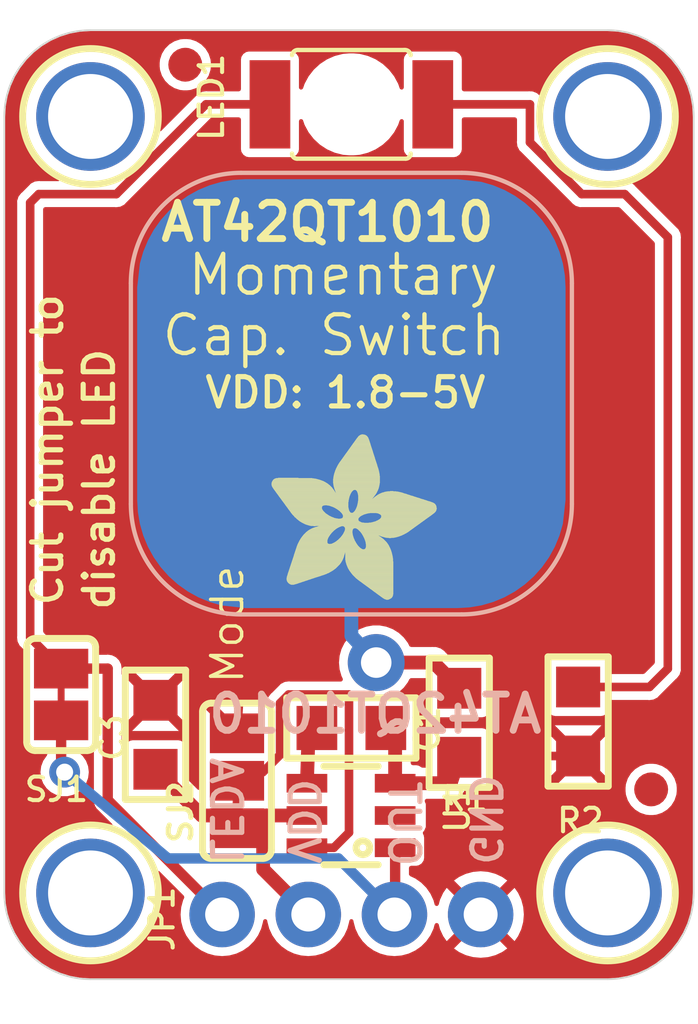
<source format=kicad_pcb>
(kicad_pcb (version 20221018) (generator pcbnew)
  (layers (0 "F.Cu" signal) (31 "B.Cu" signal) (34 "B.Paste" user) (35 "F.Paste" user) (36 "B.SilkS" user "B.Silkscreen") (37 "F.SilkS" user "F.Silkscreen") (38 "B.Mask" user) (39 "F.Mask" user) (44 "Edge.Cuts" user))
  (net 0 "")
  (net 1 "CAPPAD")
  (net 2 "GND")
  (net 3 "N$3")
  (net 4 "N$4")
  (net 5 "VDD")
  (net 6 "N$6")
  (net 7 "LEDA")
  (net 8 "OUT")
  (footprint "working:MOUNTINGHOLE_2.5_PLATED" (layer "F.Cu") (at 140.8811 93.5736)
    (fp_text reference "U$11" hide)
    (fp_text value "MOUNTINGHOLE2.5" hide)
    (pad "P$1" thru_hole circle (at 0 0) (size 3.2 3.2) (drill 2.5) (layers "*.Cu" "*.Mask"))
    (zone (net 0) (net_name "") (layer "F.Cu") (connect_pads (clearance 0)) (min_thickness 0.25)
      (keepout (tracks not_allowed) (vias not_allowed) (pads not_allowed) (copperpour not_allowed) (footprints allowed))
      (fill (thermal_gap 0.5) (thermal_bridge_width 0.5))
      (polygon (pts (xy 142.8971 93.5736) (xy 142.87748 93.293027) (xy 142.819004 93.017915) (xy 142.722808 92.753619) (xy 142.590765 92.505283) (xy 142.425446 92.27774) (xy 142.230067 92.07542) (xy 142.008433 91.90226) (xy 141.764856 91.761631) (xy 141.504078 91.65627) (xy 141.231175 91.588228) (xy 140.951457 91.558828) (xy 140.670371 91.568644) (xy 140.393385 91.617484) (xy 140.125893 91.704397) (xy 139.8731 91.827693) (xy 139.639926 91.98497) (xy 139.430911 92.173169) (xy 139.250122 92.388625) (xy 139.101078 92.627145) (xy 138.98668 92.884087) (xy 138.909154 93.15445) (xy 138.870011 93.432971) (xy 138.870011 93.714229) (xy 138.909154 93.99275) (xy 138.98668 94.263113) (xy 139.101078 94.520055) (xy 139.250122 94.758575) (xy 139.430911 94.974031) (xy 139.639926 95.16223) (xy 139.8731 95.319507) (xy 140.125893 95.442803) (xy 140.393385 95.529716) (xy 140.670371 95.578556) (xy 140.951457 95.588372) (xy 141.231175 95.558972) (xy 141.504078 95.49093) (xy 141.764856 95.385569) (xy 142.008433 95.24494) (xy 142.230067 95.07178) (xy 142.425446 94.86946) (xy 142.590765 94.641917) (xy 142.722808 94.393581) (xy 142.819004 94.129285) (xy 142.87748 93.854173)))
      (polygon (pts (xy 140.8651 93.5736) (xy 140.869786 93.584914) (xy 140.8811 93.5896) (xy 140.892414 93.584914) (xy 140.8971 93.5736) (xy 140.892414 93.562286) (xy 140.8811 93.5576) (xy 140.869786 93.562286)))
    )
  )
  (footprint "working:_0805" (layer "F.Cu") (at 148.5711 111.5776 180)
    (fp_text reference "C1" (at -2.24 0.7175 90) (layer "F.SilkS") (effects (font (size 0.692831 0.692831) (thickness 0.119969)) (justify right)))
    (fp_text value "22nF")
    (pad "1" smd rect (at -1.016 0 180) (size 1.2 1.3) (layers "F.Cu" "F.Paste" "F.Mask") (net 4 "N$4"))
    (pad "2" smd rect (at 1.016 0 180) (size 1.2 1.3) (layers "F.Cu" "F.Paste" "F.Mask") (net 3 "N$3"))
  )
  (footprint "working:FIDUCIAL_1MM" (layer "F.Cu") (at 143.6751 92.0496)
    (fp_text reference "FID2" hide)
    (fp_text value "FIDUCIAL\"\"" hide)
    (pad "1" smd roundrect (at 0 0) (size 1 1) (layers "F.Cu" "F.Mask") (roundrect_rratio 0.5))
  )
  (footprint "working:SOLDERJUMPER_2WAY_OPEN_NOPASTE" (layer "F.Cu") (at 145.1991 113.1316 90)
    (fp_text reference "SJ2" (at -1.905 -1.27 90) (layer "F.SilkS") (effects (font (size 0.666496 0.666496) (thickness 0.146304)) (justify left bottom)))
    (fp_text value "MODE")
    (pad "1" smd rect (at -1.397 0 90) (size 1.1684 1.6002) (layers "F.Cu" "F.Mask") (net 5 "VDD"))
    (pad "2" smd rect (at 0 0 90) (size 1.1684 1.6002) (layers "F.Cu" "F.Paste" "F.Mask") (net 5 "VDD"))
    (pad "3" smd rect (at 1.397 0 90) (size 1.1684 1.6002) (layers "F.Cu" "F.Mask") (net 2 "GND"))
  )
  (footprint "working:MOUNTINGHOLE_2.5_PLATED" (layer "F.Cu") (at 140.8811 116.4336)
    (fp_text reference "U$9" hide)
    (fp_text value "MOUNTINGHOLE2.5" hide)
    (pad "P$1" thru_hole circle (at 0 0) (size 3.2 3.2) (drill 2.5) (layers "*.Cu" "*.Mask"))
    (zone (net 0) (net_name "") (layer "F.Cu") (connect_pads (clearance 0)) (min_thickness 0.25)
      (keepout (tracks not_allowed) (vias not_allowed) (pads not_allowed) (copperpour not_allowed) (footprints allowed))
      (fill (thermal_gap 0.5) (thermal_bridge_width 0.5))
      (polygon (pts (xy 142.8971 116.4336) (xy 142.87748 116.153027) (xy 142.819004 115.877915) (xy 142.722808 115.613619) (xy 142.590765 115.365283) (xy 142.425446 115.13774) (xy 142.230067 114.93542) (xy 142.008433 114.76226) (xy 141.764856 114.621631) (xy 141.504078 114.51627) (xy 141.231175 114.448228) (xy 140.951457 114.418828) (xy 140.670371 114.428644) (xy 140.393385 114.477484) (xy 140.125893 114.564397) (xy 139.8731 114.687693) (xy 139.639926 114.84497) (xy 139.430911 115.033169) (xy 139.250122 115.248625) (xy 139.101078 115.487145) (xy 138.98668 115.744087) (xy 138.909154 116.01445) (xy 138.870011 116.292971) (xy 138.870011 116.574229) (xy 138.909154 116.85275) (xy 138.98668 117.123113) (xy 139.101078 117.380055) (xy 139.250122 117.618575) (xy 139.430911 117.834031) (xy 139.639926 118.02223) (xy 139.8731 118.179507) (xy 140.125893 118.302803) (xy 140.393385 118.389716) (xy 140.670371 118.438556) (xy 140.951457 118.448372) (xy 141.231175 118.418972) (xy 141.504078 118.35093) (xy 141.764856 118.245569) (xy 142.008433 118.10494) (xy 142.230067 117.93178) (xy 142.425446 117.72946) (xy 142.590765 117.501917) (xy 142.722808 117.253581) (xy 142.819004 116.989285) (xy 142.87748 116.714173)))
      (polygon (pts (xy 140.8651 116.4336) (xy 140.869786 116.444914) (xy 140.8811 116.4496) (xy 140.892414 116.444914) (xy 140.8971 116.4336) (xy 140.892414 116.422286) (xy 140.8811 116.4176) (xy 140.869786 116.422286)))
    )
  )
  (footprint "working:ADAFRUIT_5MM" (layer "F.Cu") (at 146.2151 107.7976)
    (fp_text reference "U$12" hide)
    (fp_text value "" hide)
  )
  (footprint "working:SOLDERJUMPER_CLOSEDWIRE" (layer "F.Cu") (at 140.0161 110.5916 90)
    (fp_text reference "SJ1" (at -2.794 -1.143) (layer "F.SilkS") (effects (font (size 0.692831 0.692831) (thickness 0.119969)) (justify left)))
    (fp_text value "LED")
    (pad "1" smd rect (at -0.762 0 90) (size 1.1684 1.6002) (layers "F.Cu" "F.Mask") (net 8 "OUT"))
    (pad "2" smd rect (at 0.762 0 90) (size 1.1684 1.6002) (layers "F.Cu" "F.Mask") (net 7 "LEDA"))
    (pad "WIRE" smd rect (at 0 0 90) (size 0.635 0.2032) (layers "F.Cu" "F.Mask"))
  )
  (footprint "working:FIDUCIAL_1MM" (layer "F.Cu") (at 157.4071 113.3856)
    (fp_text reference "FID1" hide)
    (fp_text value "FIDUCIAL\"\"" hide)
    (pad "1" smd roundrect (at 0 0) (size 1 1) (layers "F.Cu" "F.Mask") (roundrect_rratio 0.5))
  )
  (footprint "working:_0805" (layer "F.Cu") (at 142.7971 111.7776 90)
    (fp_text reference "C3" (at -0.8375 -1.27 90) (layer "F.SilkS") (effects (font (size 0.692831 0.692831) (thickness 0.119969)) (justify left)))
    (fp_text value "0.1µF")
    (pad "1" smd rect (at -1.016 0 90) (size 1.2 1.3) (layers "F.Cu" "F.Paste" "F.Mask") (net 5 "VDD"))
    (pad "2" smd rect (at 1.016 0 90) (size 1.2 1.3) (layers "F.Cu" "F.Paste" "F.Mask") (net 2 "GND"))
  )
  (footprint "working:PLCC2_REVMOUNT" (layer "F.Cu") (at 148.5711 93.2166 180)
    (fp_text reference "LED1" (at 4.125 1.558 90) (layer "F.SilkS") (effects (font (size 0.692831 0.692831) (thickness 0.119969)) (justify right)))
    (fp_text value "LS T77K-J1L2-1-0-2-R18-Z")
    (pad "" np_thru_hole circle (at 0 0 180) (size 2.5 2.5) (drill 2.5) (layers "*.Cu" "*.Mask"))
    (pad "A" smd rect (at 2.4 0 180) (size 1.2 2.6) (layers "F.Cu" "F.Paste" "F.Mask") (net 7 "LEDA"))
    (pad "K" smd rect (at -2.4 0 180) (size 1.2 2.6) (layers "F.Cu" "F.Paste" "F.Mask") (net 6 "N$6"))
  )
  (footprint "working:_0805" (layer "F.Cu") (at 155.2551 111.3866 -90)
    (fp_text reference "R2" (at 2.917 0.6885) (layer "F.SilkS") (effects (font (size 0.692831 0.692831) (thickness 0.119969)) (justify left)))
    (fp_text value "1K")
    (pad "1" smd rect (at -1.016 0 270) (size 1.2 1.3) (layers "F.Cu" "F.Paste" "F.Mask") (net 6 "N$6"))
    (pad "2" smd rect (at 1.016 0 270) (size 1.2 1.3) (layers "F.Cu" "F.Paste" "F.Mask") (net 2 "GND"))
  )
  (footprint "working:MOUNTINGHOLE_2.5_PLATED" (layer "F.Cu") (at 156.1211 116.4336)
    (fp_text reference "U$6" hide)
    (fp_text value "MOUNTINGHOLE2.5" hide)
    (pad "P$1" thru_hole circle (at 0 0) (size 3.2 3.2) (drill 2.5) (layers "*.Cu" "*.Mask"))
    (zone (net 0) (net_name "") (layer "F.Cu") (connect_pads (clearance 0)) (min_thickness 0.25)
      (keepout (tracks not_allowed) (vias not_allowed) (pads not_allowed) (copperpour not_allowed) (footprints allowed))
      (fill (thermal_gap 0.5) (thermal_bridge_width 0.5))
      (polygon (pts (xy 158.1371 116.4336) (xy 158.11748 116.153027) (xy 158.059004 115.877915) (xy 157.962808 115.613619) (xy 157.830765 115.365283) (xy 157.665446 115.13774) (xy 157.470067 114.93542) (xy 157.248433 114.76226) (xy 157.004856 114.621631) (xy 156.744078 114.51627) (xy 156.471175 114.448228) (xy 156.191457 114.418828) (xy 155.910371 114.428644) (xy 155.633385 114.477484) (xy 155.365893 114.564397) (xy 155.1131 114.687693) (xy 154.879926 114.84497) (xy 154.670911 115.033169) (xy 154.490122 115.248625) (xy 154.341078 115.487145) (xy 154.22668 115.744087) (xy 154.149154 116.01445) (xy 154.110011 116.292971) (xy 154.110011 116.574229) (xy 154.149154 116.85275) (xy 154.22668 117.123113) (xy 154.341078 117.380055) (xy 154.490122 117.618575) (xy 154.670911 117.834031) (xy 154.879926 118.02223) (xy 155.1131 118.179507) (xy 155.365893 118.302803) (xy 155.633385 118.389716) (xy 155.910371 118.438556) (xy 156.191457 118.448372) (xy 156.471175 118.418972) (xy 156.744078 118.35093) (xy 157.004856 118.245569) (xy 157.248433 118.10494) (xy 157.470067 117.93178) (xy 157.665446 117.72946) (xy 157.830765 117.501917) (xy 157.962808 117.253581) (xy 158.059004 116.989285) (xy 158.11748 116.714173)))
      (polygon (pts (xy 156.1051 116.4336) (xy 156.109786 116.444914) (xy 156.1211 116.4496) (xy 156.132414 116.444914) (xy 156.1371 116.4336) (xy 156.132414 116.422286) (xy 156.1211 116.4176) (xy 156.109786 116.422286)))
    )
  )
  (footprint "working:1X04_ROUND_76" (layer "F.Cu") (at 148.5711 117.0686)
    (fp_text reference "JP1" (at -5.5818 1.1492 90) (layer "F.SilkS") (effects (font (size 0.692831 0.692831) (thickness 0.119969)) (justify left)))
    (fp_text value "")
    (pad "1" thru_hole circle (at -3.81 0 90) (size 1.9304 1.9304) (drill 1) (layers "*.Cu" "*.Mask") (net 7 "LEDA"))
    (pad "2" thru_hole circle (at -1.27 0 90) (size 1.9304 1.9304) (drill 1) (layers "*.Cu" "*.Mask") (net 5 "VDD"))
    (pad "3" thru_hole circle (at 1.27 0 90) (size 1.9304 1.9304) (drill 1) (layers "*.Cu" "*.Mask") (net 8 "OUT"))
    (pad "4" thru_hole circle (at 3.81 0 90) (size 1.9304 1.9304) (drill 1) (layers "*.Cu" "*.Mask") (net 2 "GND"))
  )
  (footprint "working:_0805" (layer "F.Cu") (at 151.7511 111.4236 90)
    (fp_text reference "R1" (at -2.24 0.9175) (layer "F.SilkS") (effects (font (size 0.692831 0.692831) (thickness 0.119969)) (justify right)))
    (fp_text value "10K")
    (pad "1" smd rect (at -1.016 0 90) (size 1.2 1.3) (layers "F.Cu" "F.Paste" "F.Mask") (net 4 "N$4"))
    (pad "2" smd rect (at 1.016 0 90) (size 1.2 1.3) (layers "F.Cu" "F.Paste" "F.Mask") (net 1 "CAPPAD"))
  )
  (footprint "working:SOT23-6" (layer "F.Cu") (at 148.5611 114.1536 90)
    (fp_text reference "U1" (at -0.579 3.13 90) (layer "F.SilkS") (effects (font (size 0.692831 0.692831) (thickness 0.119969)) (justify left)))
    (fp_text value "AT42QT1010")
    (pad "1" smd rect (at -0.95 1.3 90) (size 0.55 1.2) (layers "F.Cu" "F.Paste" "F.Mask") (net 8 "OUT"))
    (pad "2" smd rect (at 0 1.3 90) (size 0.55 1.2) (layers "F.Cu" "F.Paste" "F.Mask") (net 2 "GND"))
    (pad "3" smd rect (at 0.95 1.3 90) (size 0.55 1.2) (layers "F.Cu" "F.Paste" "F.Mask") (net 4 "N$4"))
    (pad "4" smd rect (at 0.95 -1.3 90) (size 0.55 1.2) (layers "F.Cu" "F.Paste" "F.Mask") (net 3 "N$3"))
    (pad "5" smd rect (at 0 -1.3 90) (size 0.55 1.2) (layers "F.Cu" "F.Paste" "F.Mask") (net 5 "VDD"))
    (pad "6" smd rect (at -0.95 -1.3 90) (size 0.55 1.2) (layers "F.Cu" "F.Paste" "F.Mask") (net 5 "VDD"))
  )
  (footprint "working:MOUNTINGHOLE_2.5_PLATED" (layer "F.Cu") (at 156.1211 93.5736)
    (fp_text reference "U$10" hide)
    (fp_text value "MOUNTINGHOLE2.5" hide)
    (pad "P$1" thru_hole circle (at 0 0) (size 3.2 3.2) (drill 2.5) (layers "*.Cu" "*.Mask"))
    (zone (net 0) (net_name "") (layer "F.Cu") (connect_pads (clearance 0)) (min_thickness 0.25)
      (keepout (tracks not_allowed) (vias not_allowed) (pads not_allowed) (copperpour not_allowed) (footprints allowed))
      (fill (thermal_gap 0.5) (thermal_bridge_width 0.5))
      (polygon (pts (xy 158.1371 93.5736) (xy 158.11748 93.293027) (xy 158.059004 93.017915) (xy 157.962808 92.753619) (xy 157.830765 92.505283) (xy 157.665446 92.27774) (xy 157.470067 92.07542) (xy 157.248433 91.90226) (xy 157.004856 91.761631) (xy 156.744078 91.65627) (xy 156.471175 91.588228) (xy 156.191457 91.558828) (xy 155.910371 91.568644) (xy 155.633385 91.617484) (xy 155.365893 91.704397) (xy 155.1131 91.827693) (xy 154.879926 91.98497) (xy 154.670911 92.173169) (xy 154.490122 92.388625) (xy 154.341078 92.627145) (xy 154.22668 92.884087) (xy 154.149154 93.15445) (xy 154.110011 93.432971) (xy 154.110011 93.714229) (xy 154.149154 93.99275) (xy 154.22668 94.263113) (xy 154.341078 94.520055) (xy 154.490122 94.758575) (xy 154.670911 94.974031) (xy 154.879926 95.16223) (xy 155.1131 95.319507) (xy 155.365893 95.442803) (xy 155.633385 95.529716) (xy 155.910371 95.578556) (xy 156.191457 95.588372) (xy 156.471175 95.558972) (xy 156.744078 95.49093) (xy 157.004856 95.385569) (xy 157.248433 95.24494) (xy 157.470067 95.07178) (xy 157.665446 94.86946) (xy 157.830765 94.641917) (xy 157.962808 94.393581) (xy 158.059004 94.129285) (xy 158.11748 93.854173)))
      (polygon (pts (xy 156.1051 93.5736) (xy 156.109786 93.584914) (xy 156.1211 93.5896) (xy 156.132414 93.584914) (xy 156.1371 93.5736) (xy 156.132414 93.562286) (xy 156.1211 93.5576) (xy 156.109786 93.562286)))
    )
  )
  (footprint "working:CAPTOUCH_SIMPLE_12.5MM" (layer "B.Cu") (at 148.5711 101.7336 180)
    (fp_text reference "SW1" hide)
    (fp_text value "Cap pad" hide)
    (fp_poly (pts (xy 3.48201 6.293551) (xy 3.83453 6.233655) (xy 4.178128 6.134666) (xy 4.508482 5.99783) (xy 4.821437 5.824865) (xy 5.11306 5.617948) (xy 5.379681 5.379681) (xy 5.617948 5.11306) (xy 5.824865 4.821437) (xy 5.99783 4.508482) (xy 6.134666 4.178128) (xy 6.234151 3.83281) (xy 6.3135 3.128566) (xy 6.3135 -3.126782) (xy 6.293551 -3.48201) (xy 6.233655 -3.83453) (xy 6.134666 -4.178128) (xy 5.99783 -4.508482) (xy 5.824865 -4.821437) (xy 5.617948 -5.11306) (xy 5.379681 -5.379681) (xy 5.11306 -5.617948) (xy 4.821437 -5.824865) (xy 4.508482 -5.99783) (xy 4.178128 -6.134666) (xy 3.83281 -6.234151) (xy 3.128566 -6.3135) (xy -3.126782 -6.3135) (xy -3.48201 -6.293551) (xy -3.83453 -6.233655) (xy -4.178128 -6.134666) (xy -4.508482 -5.99783) (xy -4.821437 -5.824865) (xy -5.11306 -5.617948) (xy -5.379681 -5.379681) (xy -5.617948 -5.11306) (xy -5.824865 -4.821437) (xy -5.99783 -4.508482) (xy -6.134666 -4.178128) (xy -6.234151 -3.83281) (xy -6.3135 -3.128566) (xy -6.3135 3.126782) (xy -6.293551 3.48201) (xy -6.233655 3.83453) (xy -6.134666 4.178128) (xy -5.99783 4.508482) (xy -5.824865 4.821437) (xy -5.617948 5.11306) (xy -5.379681 5.379681) (xy -5.11306 5.617948) (xy -4.821437 5.824865) (xy -4.508482 5.99783) (xy -4.178128 6.134666) (xy -3.83281 6.234151) (xy -3.128566 6.3135) (xy 3.126782 6.3135)) (fill solid) (layer "F.Cu"))
    (fp_poly (pts (xy 3.48201 6.293551) (xy 3.83453 6.233655) (xy 4.178128 6.134666) (xy 4.508482 5.99783) (xy 4.821437 5.824865) (xy 5.11306 5.617948) (xy 5.379681 5.379681) (xy 5.617948 5.11306) (xy 5.824865 4.821437) (xy 5.99783 4.508482) (xy 6.134666 4.178128) (xy 6.234151 3.83281) (xy 6.3135 3.128566) (xy 6.3135 -3.126782) (xy 6.293551 -3.48201) (xy 6.233655 -3.83453) (xy 6.134666 -4.178128) (xy 5.99783 -4.508482) (xy 5.824865 -4.821437) (xy 5.617948 -5.11306) (xy 5.379681 -5.379681) (xy 5.11306 -5.617948) (xy 4.821437 -5.824865) (xy 4.508482 -5.99783) (xy 4.178128 -6.134666) (xy 3.83281 -6.234151) (xy 3.128566 -6.3135) (xy -3.126782 -6.3135) (xy -3.48201 -6.293551) (xy -3.83453 -6.233655) (xy -4.178128 -6.134666) (xy -4.508482 -5.99783) (xy -4.821437 -5.824865) (xy -5.11306 -5.617948) (xy -5.379681 -5.379681) (xy -5.617948 -5.11306) (xy -5.824865 -4.821437) (xy -5.99783 -4.508482) (xy -6.134666 -4.178128) (xy -6.234151 -3.83281) (xy -6.3135 -3.128566) (xy -6.3135 3.126782) (xy -6.293551 3.48201) (xy -6.233655 3.83453) (xy -6.134666 4.178128) (xy -5.99783 4.508482) (xy -5.824865 4.821437) (xy -5.617948 5.11306) (xy -5.379681 5.379681) (xy -5.11306 5.617948) (xy -4.821437 5.824865) (xy -4.508482 5.99783) (xy -4.178128 6.134666) (xy -3.83281 6.234151) (xy -3.128566 6.3135) (xy 3.126782 6.3135)) (fill solid) (layer "B.Cu"))
    (pad "E" smd rect (at 0 -5.95 180) (size 1.27 0.635) (layers "B.Cu" "B.Paste") (net 1 "CAPPAD"))
    (pad "G" smd rect (at 0 -6.2 180) (size 0.1 0.1) (layers "F.Cu" "F.Paste") (net 2 "GND"))
  )
  (gr_arc (start 158.6611 116.4336) (mid 157.917151 118.229651) (end 156.1211 118.9736) (stroke (width 0.05)) (layer "Edge.Cuts"))
  (gr_arc (start 140.8811 118.9736) (mid 139.085049 118.229651) (end 138.3411 116.4336) (stroke (width 0.05)) (layer "Edge.Cuts"))
  (gr_line (start 140.8811 91.0336) (end 156.1211 91.0336) (stroke (width 0.05)) (layer "Edge.Cuts"))
  (gr_arc (start 138.3411 93.5736) (mid 139.085049 91.777549) (end 140.8811 91.0336) (stroke (width 0.05)) (layer "Edge.Cuts"))
  (gr_arc (start 156.1211 91.0336) (mid 157.917151 91.777549) (end 158.6611 93.5736) (stroke (width 0.05)) (layer "Edge.Cuts"))
  (gr_line (start 156.1211 118.9736) (end 140.8811 118.9736) (stroke (width 0.05)) (layer "Edge.Cuts"))
  (gr_line (start 158.6611 93.5736) (end 158.6611 116.4336) (stroke (width 0.05)) (layer "Edge.Cuts"))
  (gr_line (start 138.3411 116.4336) (end 138.3411 93.5736) (stroke (width 0.05)) (layer "Edge.Cuts"))
  (gr_text "VDD" (at 146.6491 115.6536 -90) (layer "B.SilkS") (effects (font (size 0.8636 0.8636) (thickness 0.1524)) (justify left bottom mirror)))
  (gr_text "OUT" (at 149.6131 115.7336 -90) (layer "B.SilkS") (effects (font (size 0.8636 0.8636) (thickness 0.1524)) (justify left bottom mirror)))
  (gr_text "LEDA" (at 144.3631 115.6536 -90) (layer "B.SilkS") (effects (font (size 0.8636 0.8636) (thickness 0.1524)) (justify left bottom mirror)))
  (gr_text "GND" (at 152.0031 115.6936 -90) (layer "B.SilkS") (effects (font (size 0.8636 0.8636) (thickness 0.1524)) (justify left bottom mirror)))
  (gr_text "AT42QT1010" (at 154.2861 111.7866) (layer "B.SilkS") (effects (font (size 1.0668 1.0668) (thickness 0.2032)) (justify left bottom mirror)))
  (gr_text "Cut jumper to" (at 140.1191 108.0516 90) (layer "F.SilkS") (effects (font (size 0.8636 0.8636) (thickness 0.1524)) (justify left bottom)))
  (gr_text "AT42QT1010" (at 142.8561 97.3086) (layer "F.SilkS") (effects (font (size 1.0668 1.0668) (thickness 0.2032)) (justify left bottom)))
  (gr_text "VDD: 1.8-5V" (at 144.1831 102.2096) (layer "F.SilkS") (effects (font (size 0.8636 0.8636) (thickness 0.1524)) (justify left bottom)))
  (gr_text "Momentary" (at 143.6751 98.9076) (layer "F.SilkS") (effects (font (size 1.143 1.143) (thickness 0.127)) (justify left bottom)))
  (gr_text "Cap. Switch" (at 142.9131 100.6856) (layer "F.SilkS") (effects (font (size 1.143 1.143) (thickness 0.127)) (justify left bottom)))
  (gr_text "disable LED" (at 141.6431 108.1786 90) (layer "F.SilkS") (effects (font (size 0.8636 0.8636) (thickness 0.1524)) (justify left bottom)))
  (gr_text "Mode" (at 145.4531 110.3376 90) (layer "F.SilkS") (effects (font (size 0.9144 0.9144) (thickness 0.1016)) (justify left bottom)))
  (segment (start 151.7511 110.4076) (end 150.9951 109.6516) (width 0.4064) (layer "F.Cu") (net 1))
  (segment (start 150.9951 109.6516) (end 149.3031 109.6516) (width 0.4064) (layer "F.Cu") (net 1))
  (via (at 149.3031 109.6516) (size 1.6764) (drill 0.9) (layers "F.Cu" "B.Cu") (net 1))
  (segment (start 148.5711 108.8596) (end 149.3031 109.6516) (width 0.4064) (layer "B.Cu") (net 1))
  (segment (start 148.5711 107.6836) (end 148.5711 108.8596) (width 0.4064) (layer "B.Cu") (net 1))
  (segment (start 142.341151 97.912124) (end 142.40101 97.585482) (width 1.016) (layer "F.Cu") (net 2))
  (segment (start 142.3211 105.2436) (end 142.3211 98.2436) (width 1.016) (layer "F.Cu") (net 2))
  (segment (start 143.793111 95.808596) (end 144.095937 95.672305) (width 1.016) (layer "F.Cu") (net 2))
  (segment (start 153.64566 108.6506) (end 153.749825 108.873984) (width 0.254) (layer "F.Cu") (net 2))
  (segment (start 153.8351 109.3576) (end 153.8351 112.3696) (width 0.254) (layer "F.Cu") (net 2))
  (segment (start 153.661371 107.625577) (end 153.368043 107.760903) (width 1.016) (layer "F.Cu") (net 2))
  (segment (start 142.40101 97.585482) (end 142.499805 97.268437) (width 1.016) (layer "F.Cu") (net 2))
  (segment (start 153.883278 95.980394) (end 154.144687 96.185195) (width 1.016) (layer "F.Cu") (net 2))
  (segment (start 152.3711 95.5436) (end 152.3211 95.4936) (width 1.016) (layer "F.Cu") (net 2))
  (segment (start 142.807894 96.681422) (end 143.012695 96.420013) (width 1.016) (layer "F.Cu") (net 2))
  (segment (start 153.1281 108.13304) (end 153.330002 108.274413) (width 0.254) (layer "F.Cu") (net 2))
  (segment (start 152.4211 107.9436) (end 148.6711 107.9436) (width 1.016) (layer "F.Cu") (net 2))
  (segment (start 153.936248 107.45588) (end 153.661371 107.625577) (width 1.016) (layer "F.Cu") (net 2))
  (segment (start 154.756104 96.965611) (end 154.892395 97.268437) (width 1.016) (layer "F.Cu") (net 2))
  (segment (start 142.499805 97.268437) (end 142.636096 96.965611) (width 1.016) (layer "F.Cu") (net 2))
  (segment (start 153.599089 95.808596) (end 153.883278 95.980394) (width 1.016) (layer "F.Cu") (net 2))
  (segment (start 145.0711 95.4936) (end 152.3211 95.4936) (width 1.016) (layer "F.Cu") (net 2))
  (segment (start 153.8351 112.3696) (end 153.8351 112.3696) (width 0.254) (layer "F.Cu") (net 2))
  (segment (start 142.495906 106.197487) (end 142.399267 105.887359) (width 1.016) (layer "F.Cu") (net 2))
  (segment (start 144.739624 95.513651) (end 145.0711 95.4936) (width 1.016) (layer "F.Cu") (net 2))
  (segment (start 143.012695 96.420013) (end 143.247513 96.185195) (width 1.016) (layer "F.Cu") (net 2))
  (segment (start 154.776313 106.489598) (end 154.611783 106.767599) (width 1.016) (layer "F.Cu") (net 2))
  (segment (start 152.666639 107.965082) (end 152.904716 108.028875) (width 0.254) (layer "F.Cu") (net 2))
  (segment (start 153.368043 107.760903) (end 153.060543 107.859886) (width 1.016) (layer "F.Cu") (net 2))
  (segment (start 154.611783 106.767599) (end 154.414944 107.02374) (width 1.016) (layer "F.Cu") (net 2))
  (segment (start 145.3371 109.8276) (end 145.4531 107.9336) (width 0.3048) (layer "F.Cu") (net 2))
  (segment (start 153.8351 112.3696) (end 153.8681 112.4026) (width 0.254) (layer "F.Cu") (net 2))
  (segment (start 142.636096 96.965611) (end 142.807894 96.681422) (width 1.016) (layer "F.Cu") (net 2))
  (segment (start 154.188666 107.254288) (end 153.936248 107.45588) (width 1.016) (layer "F.Cu") (net 2))
  (segment (start 152.4211 107.9436) (end 152.666639 107.965082) (width 0.254) (layer "F.Cu") (net 2))
  (segment (start 144.412982 95.57351) (end 144.739624 95.513651) (width 1.016) (layer "F.Cu") (net 2))
  (segment (start 144.367341 107.855433) (end 144.057213 107.758794) (width 1.016) (layer "F.Cu") (net 2))
  (segment (start 142.340713 105.567844) (end 142.3211 105.2436) (width 1.016) (layer "F.Cu") (net 2))
  (segment (start 142.997606 107.0274) (end 142.797273 106.771694) (width 1.016) (layer "F.Cu") (net 2))
  (segment (start 144.095937 95.672305) (end 144.412982 95.57351) (width 1.016) (layer "F.Cu") (net 2))
  (segment (start 154.99119 97.585482) (end 155.051049 97.912124) (width 1.016) (layer "F.Cu") (net 2))
  (segment (start 145.0111 107.9336) (end 145.0111 107.9336) (width 1.016) (layer "F.Cu") (net 2))
  (segment (start 143.483006 107.457427) (end 143.2273 107.257094) (width 1.016) (layer "F.Cu") (net 2))
  (segment (start 152.3211 95.4936) (end 152.3211 95.4936) (width 1.016) (layer "F.Cu") (net 2))
  (segment (start 152.4211 107.9436) (end 152.4211 107.9436) (width 0.254) (layer "F.Cu") (net 2))
  (segment (start 154.584306 96.681422) (end 154.756104 96.965611) (width 1.016) (layer "F.Cu") (net 2))
  (segment (start 155.051049 97.912124) (end 155.0711 98.2436) (width 1.016) (layer "F.Cu") (net 2))
  (segment (start 152.3211 95.4936) (end 152.652576 95.513651) (width 1.016) (layer "F.Cu") (net 2))
  (segment (start 145.0111 107.9336) (end 144.686856 107.913987) (width 1.016) (layer "F.Cu") (net 2))
  (segment (start 145.3281 109.8276) (end 145.3371 109.8276) (width 0.254) (layer "F.Cu") (net 2))
  (segment (start 153.504287 108.448698) (end 153.64566 108.6506) (width 0.254) (layer "F.Cu") (net 2))
  (segment (start 142.3211 98.2436) (end 142.341151 97.912124) (width 1.016) (layer "F.Cu") (net 2))
  (segment (start 145.4531 107.9336) (end 145.0111 107.9336) (width 1.016) (layer "F.Cu") (net 2))
  (segment (start 154.892395 97.268437) (end 154.99119 97.585482) (width 1.016) (layer "F.Cu") (net 2))
  (segment (start 148.5711 107.9336) (end 145.4531 107.9336) (width 1.016) (layer "F.Cu") (net 2))
  (segment (start 154.379505 96.420013) (end 154.584306 96.681422) (width 1.016) (layer "F.Cu") (net 2))
  (segment (start 145.1991 111.7346) (end 145.3281 109.8276) (width 0.254) (layer "F.Cu") (net 2))
  (segment (start 142.629223 106.493705) (end 142.495906 106.197487) (width 1.016) (layer "F.Cu") (net 2))
  (segment (start 142.399267 105.887359) (end 142.340713 105.567844) (width 1.016) (layer "F.Cu") (net 2))
  (segment (start 154.144687 96.185195) (end 154.379505 96.420013) (width 1.016) (layer "F.Cu") (net 2))
  (segment (start 154.906134 106.193793) (end 154.776313 106.489598) (width 1.016) (layer "F.Cu") (net 2))
  (segment (start 152.904716 108.028875) (end 153.1281 108.13304) (width 0.254) (layer "F.Cu") (net 2))
  (segment (start 155.0711 105.2436) (end 155.0711 105.2436) (width 1.016) (layer "F.Cu") (net 2))
  (segment (start 142.3211 98.2436) (end 142.3211 98.2436) (width 1.016) (layer "F.Cu") (net 2))
  (segment (start 153.8681 112.4026) (end 155.2551 112.4026) (width 0.254) (layer "F.Cu") (net 2))
  (segment (start 153.330002 108.274413) (end 153.504287 108.448698) (width 0.254) (layer "F.Cu") (net 2))
  (segment (start 155.0711 105.2436) (end 155.05461 105.566218) (width 1.016) (layer "F.Cu") (net 2))
  (segment (start 152.979218 95.57351) (end 153.296263 95.672305) (width 1.016) (layer "F.Cu") (net 2))
  (segment (start 144.686856 107.913987) (end 144.367341 107.855433) (width 1.016) (layer "F.Cu") (net 2))
  (segment (start 152.652576 95.513651) (end 152.979218 95.57351) (width 1.016) (layer "F.Cu") (net 2))
  (segment (start 155.05461 105.566218) (end 154.999352 105.884496) (width 1.016) (layer "F.Cu") (net 2))
  (segment (start 153.296263 95.672305) (end 153.599089 95.808596) (width 1.016) (layer "F.Cu") (net 2))
  (segment (start 143.508922 95.980394) (end 143.793111 95.808596) (width 1.016) (layer "F.Cu") (net 2))
  (segment (start 143.760995 107.625477) (end 143.483006 107.457427) (width 1.016) (layer "F.Cu") (net 2))
  (segment (start 155.0711 98.2436) (end 155.0711 105.2436) (width 1.016) (layer "F.Cu") (net 2))
  (segment (start 154.999352 105.884496) (end 154.906134 106.193793) (width 1.016) (layer "F.Cu") (net 2))
  (segment (start 153.749825 108.873984) (end 153.8351 109.3576) (width 0.254) (layer "F.Cu") (net 2))
  (segment (start 152.743353 107.921083) (end 152.4211 107.9436) (width 1.016) (layer "F.Cu") (net 2))
  (segment (start 154.414944 107.02374) (end 154.188666 107.254288) (width 1.016) (layer "F.Cu") (net 2))
  (segment (start 153.060543 107.859886) (end 152.743353 107.921083) (width 1.016) (layer "F.Cu") (net 2))
  (segment (start 142.797273 106.771694) (end 142.629223 106.493705) (width 1.016) (layer "F.Cu") (net 2))
  (segment (start 152.3711 95.5436) (end 152.3711 95.5436) (width 1.016) (layer "F.Cu") (net 2))
  (segment (start 143.247513 96.185195) (end 143.508922 95.980394) (width 1.016) (layer "F.Cu") (net 2))
  (segment (start 144.057213 107.758794) (end 143.760995 107.625477) (width 1.016) (layer "F.Cu") (net 2))
  (segment (start 143.2273 107.257094) (end 142.997606 107.0274) (width 1.016) (layer "F.Cu") (net 2))
  (segment (start 147.2611 113.2036) (end 147.3011 111.9736) (width 0.4064) (layer "F.Cu") (net 3))
  (segment (start 147.3011 111.9736) (end 147.5551 111.5776) (width 0.4064) (layer "F.Cu") (net 3))
  (segment (start 149.8611 111.8516) (end 149.8611 113.2036) (width 0.4064) (layer "F.Cu") (net 4))
  (segment (start 149.5871 111.5776) (end 149.8611 111.8516) (width 0.4064) (layer "F.Cu") (net 4))
  (segment (start 149.8611 113.2036) (end 151.4991 113.2036) (width 0.4064) (layer "F.Cu") (net 4))
  (segment (start 151.4991 113.2036) (end 151.7511 112.4396) (width 0.4064) (layer "F.Cu") (net 4))
  (segment (start 145.9711 114.2536) (end 145.9711 115.7386) (width 0.4064) (layer "F.Cu") (net 5))
  (segment (start 148.0531 115.1036) (end 148.5011 114.6556) (width 0.254) (layer "F.Cu") (net 5))
  (segment (start 145.1991 114.5286) (end 145.1991 113.1316) (width 0.254) (layer "F.Cu") (net 5))
  (segment (start 147.2611 115.1036) (end 147.2011 115.1636) (width 0.254) (layer "F.Cu") (net 5))
  (segment (start 148.5011 110.5916) (end 146.7231 110.5916) (width 0.254) (layer "F.Cu") (net 5))
  (segment (start 146.4691 112.3696) (end 145.9611 112.8776) (width 0.254) (layer "F.Cu") (net 5))
  (segment (start 147.2611 115.1036) (end 148.0531 115.1036) (width 0.254) (layer "F.Cu") (net 5))
  (segment (start 146.7231 110.5916) (end 146.4691 110.8456) (width 0.254) (layer "F.Cu") (net 5))
  (segment (start 144.1571 114.1536) (end 146.0711 114.1536) (width 0.4064) (layer "F.Cu") (net 5))
  (segment (start 146.4691 110.8456) (end 146.4691 112.3696) (width 0.254) (layer "F.Cu") (net 5))
  (segment (start 147.2611 114.1536) (end 146.0711 114.1536) (width 0.4064) (layer "F.Cu") (net 5))
  (segment (start 145.4531 112.8776) (end 145.1991 113.1316) (width 0.254) (layer "F.Cu") (net 5))
  (segment (start 144.1571 114.1536) (end 144.8241 114.1536) (width 0.3048) (layer "F.Cu") (net 5))
  (segment (start 145.9611 112.8776) (end 145.4531 112.8776) (width 0.254) (layer "F.Cu") (net 5))
  (segment (start 142.7971 112.7936) (end 144.1571 114.1536) (width 0.4064) (layer "F.Cu") (net 5))
  (segment (start 145.1991 113.8996) (end 145.1991 114.5286) (width 0.254) (layer "F.Cu") (net 5))
  (segment (start 145.9711 114.2536) (end 146.0711 114.1536) (width 0.4064) (layer "F.Cu") (net 5))
  (segment (start 145.9711 115.7386) (end 147.3011 117.0686) (width 0.4064) (layer "F.Cu") (net 5))
  (segment (start 148.5011 114.6556) (end 148.5011 110.5916) (width 0.254) (layer "F.Cu") (net 5))
  (segment (start 144.8241 114.1536) (end 145.1991 114.5286) (width 0.3048) (layer "F.Cu") (net 5))
  (segment (start 155.3591 95.8596) (end 156.6291 95.8596) (width 0.254) (layer "F.Cu") (net 6))
  (segment (start 156.6291 95.8596) (end 157.8991 97.1296) (width 0.254) (layer "F.Cu") (net 6))
  (segment (start 151.0181 93.1696) (end 150.9711 93.2166) (width 0.4064) (layer "F.Cu") (net 6))
  (segment (start 157.3581 110.3706) (end 155.2551 110.3706) (width 0.254) (layer "F.Cu") (net 6))
  (segment (start 150.9711 93.2166) (end 153.8351 93.2166) (width 0.254) (layer "F.Cu") (net 6))
  (segment (start 153.8351 94.3356) (end 155.3591 95.8596) (width 0.254) (layer "F.Cu") (net 6))
  (segment (start 157.8991 109.8296) (end 157.3581 110.3706) (width 0.254) (layer "F.Cu") (net 6))
  (segment (start 157.8991 97.1296) (end 157.8991 109.8296) (width 0.254) (layer "F.Cu") (net 6))
  (segment (start 153.8351 93.2166) (end 153.8351 94.3356) (width 0.254) (layer "F.Cu") (net 6))
  (segment (start 141.6431 95.8596) (end 139.3571 95.8596) (width 0.254) (layer "F.Cu") (net 7))
  (segment (start 139.1031 108.9166) (end 140.0161 109.8296) (width 0.254) (layer "F.Cu") (net 7))
  (segment (start 144.2861 93.2166) (end 146.1711 93.2166) (width 0.254) (layer "F.Cu") (net 7))
  (segment (start 144.2861 93.2166) (end 141.6431 95.8596) (width 0.254) (layer "F.Cu") (net 7))
  (segment (start 141.3891 113.6966) (end 144.7611 117.0686) (width 0.3048) (layer "F.Cu") (net 7))
  (segment (start 139.1031 96.1136) (end 139.1031 108.9166) (width 0.254) (layer "F.Cu") (net 7))
  (segment (start 141.3891 109.8296) (end 141.3891 113.6966) (width 0.3048) (layer "F.Cu") (net 7))
  (segment (start 141.3891 109.8296) (end 140.0161 109.8296) (width 0.3048) (layer "F.Cu") (net 7))
  (segment (start 139.3571 95.8596) (end 139.1031 96.1136) (width 0.254) (layer "F.Cu") (net 7))
  (segment (start 140.0161 111.3536) (end 140.0161 112.5206) (width 0.3048) (layer "F.Cu") (net 8))
  (segment (start 149.8611 117.0486) (end 149.8411 117.0686) (width 0.3048) (layer "F.Cu") (net 8))
  (segment (start 149.8611 115.1036) (end 149.8611 117.0486) (width 0.3048) (layer "F.Cu") (net 8))
  (segment (start 140.0161 112.5206) (end 140.1191 112.8776) (width 0.3048) (layer "F.Cu") (net 8))
  (via (at 140.1191 112.8776) (size 0.9064) (drill 0.5) (layers "F.Cu" "B.Cu") (net 8))
  (segment (start 148.1901 115.4176) (end 149.8411 117.0686) (width 0.3048) (layer "B.Cu") (net 8))
  (segment (start 140.1191 112.8776) (end 143.1671 115.4176) (width 0.3048) (layer "B.Cu") (net 8))
  (segment (start 143.1671 115.4176) (end 148.1901 115.4176) (width 0.3048) (layer "B.Cu") (net 8))
  (zone (net 2) (net_name "GND") (layer "F.Cu") (priority 6) (connect_pads (clearance 0.254)) (min_thickness 0.127) (fill yes (thermal_gap 0.304) (thermal_bridge_width 0.304))
    (polygon (pts (xy 158.7881 119.1006) (xy 138.2141 119.1006) (xy 138.2141 90.1446) (xy 158.7881 90.1446)))
  )
)
</source>
